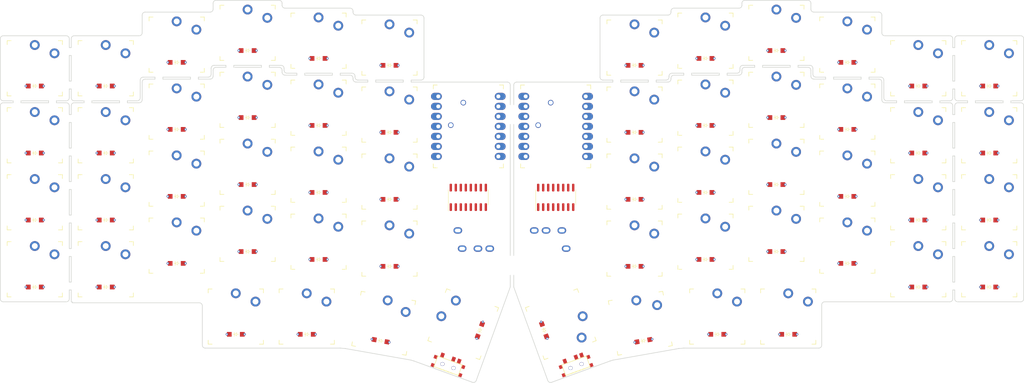
<source format=kicad_pcb>
(kicad_pcb (version 20211014) (generator pcbnew)
  (title_block (title "theSirens") (rev "v1.0.0") (company "Unknown"))
  (layers (0 "F.Cu" signal) (31 "B.Cu" signal) (34 "B.Paste" user) (35 "F.Paste" user) (36 "B.SilkS" user "B.Silkscreen") (37 "F.SilkS" user "F.Silkscreen") (38 "B.Mask" user) (39 "F.Mask" user) (44 "Edge.Cuts" user))
  (net 0 "")
  (net 1 "c5")
  (net 2 "outer_bottom")
  (net 3 "r0")
  (net 4 "outer_home")
  (net 5 "r1")
  (net 6 "outer_top")
  (net 7 "r2")
  (net 8 "outer_numrow")
  (net 9 "r3")
  (net 10 "c4")
  (net 11 "pinky_bottom")
  (net 12 "pinky_home")
  (net 13 "pinky_top")
  (net 14 "pinky_numrow")
  (net 15 "c3")
  (net 16 "ring_bottom")
  (net 17 "ring_home")
  (net 18 "ring_top")
  (net 19 "ring_numrow")
  (net 20 "c2")
  (net 21 "middle_bottom")
  (net 22 "middle_home")
  (net 23 "middle_top")
  (net 24 "middle_numrow")
  (net 25 "c1")
  (net 26 "index_bottom")
  (net 27 "index_home")
  (net 28 "index_top")
  (net 29 "index_numrow")
  (net 30 "c0")
  (net 31 "inner_bottom")
  (net 32 "inner_home")
  (net 33 "inner_top")
  (net 34 "inner_numrow")
  (net 35 "c6")
  (net 36 "reachy_thumbs")
  (net 37 "outer_thumbs")
  (net 38 "middle_thumbs")
  (net 39 "inner_thumbs")
  (net 40 "RAW")
  (net 41 "GND")
  (net 42 "RST")
  (net 43 "BAT")
  (net 44 "3V3")
  (net 45 "x")
  (net 46 "SCK")
  (net 47 "MISO")
  (net 48 "MOSI")
  (net 49 "SR_CS")
  (net 50 "BAT-")
  (net 51 "D2")
  (net 52 "VCC")
  (net 53 "mirror_outer_bottom")
  (net 54 "mirror_outer_home")
  (net 55 "mirror_outer_top")
  (net 56 "mirror_outer_numrow")
  (net 57 "mirror_pinky_bottom")
  (net 58 "mirror_pinky_home")
  (net 59 "mirror_pinky_top")
  (net 60 "mirror_pinky_numrow")
  (net 61 "mirror_ring_bottom")
  (net 62 "mirror_ring_home")
  (net 63 "mirror_ring_top")
  (net 64 "mirror_ring_numrow")
  (net 65 "mirror_middle_bottom")
  (net 66 "mirror_middle_home")
  (net 67 "mirror_middle_top")
  (net 68 "mirror_middle_numrow")
  (net 69 "mirror_index_bottom")
  (net 70 "mirror_index_home")
  (net 71 "mirror_index_top")
  (net 72 "mirror_index_numrow")
  (net 73 "mirror_inner_bottom")
  (net 74 "mirror_inner_home")
  (net 75 "mirror_inner_top")
  (net 76 "mirror_inner_numrow")
  (net 77 "mirror_reachy_thumbs")
  (net 78 "mirror_outer_thumbs")
  (net 79 "mirror_middle_thumbs")
  (net 80 "mirror_inner_thumbs")
  (footprint "E73:SPDT_C128955" (layer "F.Cu") (at 122.830405 24.550235 160)
    (fp_text reference "T1" hide)
    (fp_text value "" hide)
  )
  (footprint "ComboDiode" (layer "F.Cu") (at 90 -36.5)
    (fp_text reference "D19" hide)
    (fp_text value "" hide)
  )
  (footprint "ComboDiode" (layer "F.Cu") (at 90 -19.5)
    (fp_text reference "D18" hide)
    (fp_text value "" hide)
  )
  (footprint "ComboDiode" (layer "F.Cu") (at 108 -51.75)
    (fp_text reference "D24" hide)
    (fp_text value "" hide)
  )
  (footprint "PG1350" (layer "F.Cu") (at 171.643897 13.699564 10)
    (fp_text reference "S55" hide)
    (fp_text value "" hide)
  )
  (footprint "PG1350" (layer "F.Cu") (at 108 -5.25)
    (fp_text reference "S21" hide)
    (fp_text value "" hide)
  )
  (footprint "ComboDiode" (layer "F.Cu") (at 209.17 16.5)
    (fp_text reference "D53" hide)
    (fp_text value "" hide)
  )
  (footprint "ComboDiode" (layer "F.Cu") (at 36 -46.5)
    (fp_text reference "D8" hide)
    (fp_text value "" hide)
  )
  (footprint "PG1350" (layer "F.Cu") (at 242.17 -17)
    (fp_text reference "S34" hide)
    (fp_text value "" hide)
  )
  (footprint "ComboDiode" (layer "F.Cu") (at 206.17 -38.5)
    (fp_text reference "D43" hide)
    (fp_text value "" hide)
  )
  (footprint "mousebites" (layer "F.Cu") (at 139.34 -1 90)
    (fp_text reference "")
    (fp_text value "")
  )
  (footprint "PG1350" (layer "F.Cu") (at 90 -58)
    (fp_text reference "S20" hide)
    (fp_text value "" hide)
  )
  (footprint "PG1350" (layer "F.Cu") (at 72 -43)
    (fp_text reference "S15" hide)
    (fp_text value "" hide)
  )
  (footprint "PG1350" (layer "F.Cu") (at 72 -60)
    (fp_text reference "S16" hide)
    (fp_text value "" hide)
  )
  (footprint "PG1350" (layer "F.Cu") (at 126.695233 13.931708 70)
    (fp_text reference "S28" hide)
    (fp_text value "" hide)
  )
  (footprint "ComboDiode" (layer "F.Cu") (at 18 -29.5)
    (fp_text reference "D3" hide)
    (fp_text value "" hide)
  )
  (footprint "ComboDiode" (layer "F.Cu") (at 18 4.5)
    (fp_text reference "D1" hide)
    (fp_text value "" hide)
  )
  (footprint "PG1350" (layer "F.Cu") (at 54 -40)
    (fp_text reference "S11" hide)
    (fp_text value "" hide)
  )
  (footprint "xiao-ble-tht" (layer "F.Cu") (at 128 -36.25)
    (fp_text reference "XIAO1" hide)
    (fp_text value "")
  )
  (footprint "PG1350" (layer "F.Cu") (at 108 -22.25)
    (fp_text reference "S22" hide)
    (fp_text value "" hide)
  )
  (footprint "ComboDiode" (layer "F.Cu") (at 206.17 -55.5)
    (fp_text reference "D44" hide)
    (fp_text value "" hide)
  )
  (footprint "ComboDiode" (layer "F.Cu") (at 90 -2.5)
    (fp_text reference "D17" hide)
    (fp_text value "" hide)
  )
  (footprint "ComboDiode" (layer "F.Cu") (at 108 -34.75)
    (fp_text reference "D23" hide)
    (fp_text value "" hide)
  )
  (footprint "E73:SPDT_C128955" (layer "F.Cu") (at 155.339595 24.550235 -160)
    (fp_text reference "T2" hide)
    (fp_text value "" hide)
  )
  (footprint "ComboDiode" (layer "F.Cu") (at 242.17 -29.5)
    (fp_text reference "D35" hide)
    (fp_text value "" hide)
  )
  (footprint "PG1350" (layer "F.Cu") (at 206.17 -43)
    (fp_text reference "S43" hide)
    (fp_text value "" hide)
  )
  (footprint "PG1350" (layer "F.Cu") (at 90 -24)
    (fp_text reference "S18" hide)
    (fp_text value "" hide)
  )
  (footprint "mousebites" (layer "F.Cu") (at 139.34 -39.25 90)
    (fp_text reference "")
    (fp_text value "")
  )
  (footprint "PG1350" (layer "F.Cu") (at 170.17 -5.25)
    (fp_text reference "S49" hide)
    (fp_text value "" hide)
  )
  (footprint "PG1350" (layer "F.Cu") (at 170.17 -39.25)
    (fp_text reference "S51" hide)
    (fp_text value "" hide)
  )
  (footprint "ComboDiode" (layer "F.Cu") (at 224.17 -1.5)
    (fp_text reference "D37" hide)
    (fp_text value "" hide)
  )
  (footprint "PG1350" (layer "F.Cu") (at 106.526103 13.699564 -10)
    (fp_text reference "S27" hide)
    (fp_text value "" hide)
  )
  (footprint "ComboDiode" (layer "F.Cu") (at 72 -38.5)
    (fp_text reference "D15" hide)
    (fp_text value "" hide)
  )
  (footprint "PG1350" (layer "F.Cu") (at 170.17 -22.25)
    (fp_text reference "S50" hide)
    (fp_text value "" hide)
  )
  (footprint "PG1350" (layer "F.Cu") (at 90 -7)
    (fp_text reference "S17" hide)
    (fp_text value "" hide)
  )
  (footprint "PG1350" (layer "F.Cu") (at 224.17 -6)
    (fp_text reference "S37" hide)
    (fp_text value "" hide)
  )
  (footprint "ComboDiode" (layer "F.Cu") (at 18 -12.5)
    (fp_text reference "D2" hide)
    (fp_text value "" hide)
  )
  (footprint "PG1350" (layer "F.Cu") (at 260.17 -17)
    (fp_text reference "S30" hide)
    (fp_text value "" hide)
  )
  (footprint "PG1350" (layer "F.Cu") (at 36 -51)
    (fp_text reference "S8" hide)
    (fp_text value "" hide)
  )
  (footprint "ComboDiode" (layer "F.Cu") (at 108 -17.75)
    (fp_text reference "D22" hide)
    (fp_text value "" hide)
  )
  (footprint "PG1350" (layer "F.Cu") (at 224.17 -23)
    (fp_text reference "S38" hide)
    (fp_text value "" hide)
  )
  (footprint "PG1350" (layer "F.Cu") (at 69 12)
    (fp_text reference "S25" hide)
    (fp_text value "" hide)
  )
  (footprint "ComboDiode" (layer "F.Cu") (at 170.17 -0.75)
    (fp_text reference "D49" hide)
    (fp_text value "" hide)
  )
  (footprint "PG1350" (layer "F.Cu") (at 36 0)
    (fp_text reference "S5" hide)
    (fp_text value "" hide)
  )
  (footprint "ComboDiode" (layer "F.Cu") (at 206.17 -4.5)
    (fp_text reference "D41" hide)
    (fp_text value "" hide)
  )
  (footprint "PG1350" (layer "F.Cu") (at 18 -17)
    (fp_text reference "S2" hide)
    (fp_text value "" hide)
  )
  (footprint "ComboDiode" (layer "F.Cu") (at 18 -46.5)
    (fp_text reference "D4" hide)
    (fp_text value "" hide)
  )
  (footprint "ComboDiode" (layer "F.Cu") (at 224.17 -18.5)
    (fp_text reference "D38" hide)
    (fp_text value "" hide)
  )
  (footprint "ComboDiode" (layer "F.Cu") (at 206.17 -21.5)
    (fp_text reference "D42" hide)
    (fp_text value "" hide)
  )
  (footprint "PG1350" (layer "F.Cu") (at 108 -39.25)
    (fp_text reference "S23" hide)
    (fp_text value "" hide)
  )
  (footprint "PG1350" (layer "F.Cu") (at 54 -57)
    (fp_text reference "S12" hide)
    (fp_text value "" hide)
  )
  (footprint "ComboDiode" (layer "F.Cu") (at 260.17 -46.5)
    (fp_text reference "D32" hide)
    (fp_text value "" hide)
  )
  (footprint "ComboDiode" (layer "F.Cu") (at 72 -55.5)
    (fp_text reference "D16" hide)
    (fp_text value "" hide)
  )
  (footprint "PG1350" (layer "F.Cu") (at 206.17 -60)
    (fp_text reference "S44" hide)
    (fp_text value "" hide)
  )
  (footprint "ComboDiode" (layer "F.Cu") (at 54 -18.5)
    (fp_text reference "D10" hide)
    (fp_text value "" hide)
  )
  (footprint "PG1350" (layer "F.Cu") (at 188.17 -58)
    (fp_text reference "S48" hide)
    (fp_text value "" hide)
  )
  (footprint "PG1350" (layer "F.Cu") (at 18 -51)
    (fp_text reference "S4" hide)
    (fp_text value "" hide)
  )
  (footprint "PG1350" (layer "F.Cu") (at 188.17 -7)
    (fp_text reference "S45" hide)
    (fp_text value "" hide)
  )
  (footprint "ComboDiode" (layer "F.Cu") (at 170.17 -34.75)
    (fp_text reference "D51" hide)
    (fp_text value "" hide)
  )
  (footprint "PG1350" (layer "F.Cu") (at 260.17 0)
    (fp_text reference "S29" hide)
    (fp_text value "" hide)
  )
  (footprint "ComboDiode" (layer "F.Cu") (at 224.17 -35.5)
    (fp_text reference "D39" hide)
    (fp_text value "" hide)
  )
  (footprint "PG1350" (layer "F.Cu") (at 87 12)
    (fp_text reference "S26" hide)
    (fp_text value "" hide)
  )
  (footprint "PG1350" (layer "F.Cu") (at 242.17 -34)
    (fp_text reference "S35" hide)
    (fp_text value "" hide)
  )
  (footprint "ComboDiode" (layer "F.Cu") (at 36 4.5)
    (fp_text reference "D5" hide)
    (fp_text value "" hide)
  )
  (footprint "ComboDiode" (layer "F.Cu") (at 170.17 -17.75)
    (fp_text reference "D50" hide)
    (fp_text value "" hide)
  )
  (footprint "ComboDiode" (layer "F.Cu") (at 36 -12.5)
    (fp_text reference "D6" hide)
    (fp_text value "" hide)
  )
  (footprint "PG1350" (layer "F.Cu") (at 224.17 -40)
    (fp_text reference "S39" hide)
    (fp_text value "" hide)
  )
  (footprint "ComboDiode" (layer "F.Cu") (at 188.17 -53.5)
    (fp_text reference "D48" hide)
    (fp_text value "" hide)
  )
  (footprint "PG1350" (layer "F.Cu") (at 242.17 -51)
    (fp_text reference "S36" hide)
    (fp_text value "" hide)
  )
  (footprint "ComboDiode" (layer "F.Cu") (at 105.744687 18.131199 -10)
    (fp_text reference "D27" hide)
    (fp_text value "" hide)
  )
  (footprint "PG1350" (layer "F.Cu") (at 54 -6)
    (fp_text reference "S9" hide)
    (fp_text value "" hide)
  )
  (footprint "PG1350" (layer "F.Cu") (at 191.17 12)
    (fp_text reference "S54" hide)
    (fp_text value "" hide)
  )
  (footprint "PG1350" (layer "F.Cu") (at 18 0)
    (fp_text reference "S1" hide)
    (fp_text value "" hide)
  )
  (footprint "PG1350" (layer "F.Cu") (at 242.17 0)
    (fp_text reference "S33" hide)
    (fp_text value "" hide)
  )
  (footprint "ComboDiode" (layer "F.Cu") (at 90 -53.5)
    (fp_text reference "D20" hide)
    (fp_text value "" hide)
  )
  (footprint "xiao-ble-tht" (layer "F.Cu") (at 150.17 -36.25)
    (fp_text reference "XIAO2" hide)
    (fp_text value "")
  )
  (footprint "ComboDiode" (layer "F.Cu") (at 260.17 4.5)
    (fp_text reference "D29" hide)
    (fp_text value "" hide)
  )
  (footprint "ComboDiode" (layer "F.Cu") (at 260.17 -12.5)
    (fp_text reference "D30" hide)
    (fp_text value "" hide)
  )
  (footprint "PG1350" (layer "F.Cu") (at 18 -34)
    (fp_text reference "S3" hide)
    (fp_text value "" hide)
  )
  (footprint "ComboDiode" (layer "F.Cu") (at 108 -0.75)
    (fp_text reference "D21" hide)
    (fp_text value "" hide)
  )
  (footprint "PG1350" (layer "F.Cu") (at 170.17 -56.25)
    (fp_text reference "S52" hide)
    (fp_text value "" hide)
  )
  (footprint "TRRS-PJ-320A-dual" (layer "F.Cu") (at 141.53 -9.85 90)
    (fp_text reference "REF**")
    (fp_text value "TRRS-PJ-320A-dual")
  )
  (footprint "PG1350" (layer "F.Cu") (at 90 -41)
    (fp_text reference "S19" hide)
    (fp_text value "" hide)
  )
  (footprint "PG1350" (layer "F.Cu") (at 54 -23)
    (fp_text reference "S10" hide)
    (fp_text value "" hide)
  )
  (footprint "ComboDiode" (layer "F.Cu") (at 54 -35.5)
    (fp_text reference "D11" hide)
    (fp_text value "" hide)
  )
  (footprint "PG1350" (layer "F.Cu") (at 206.17 -9)
    (fp_text reference "S41" hide)
    (fp_text value "" hide)
  )
  (footprint "PG1350" (layer "F.Cu") (at 260.17 -34)
    (fp_text reference "S31" hide)
    (fp_text value "" hide)
  )
  (footprint "PG1350" (layer "F.Cu") (at 260.17 -51)
    (fp_text reference "S32" hide)
    (fp_text value "" hide)
  )
  (footprint "ComboDiode" (layer "F.Cu") (at 191.17 16.5)
    (fp_text reference "D54" hide)
    (fp_text value "" hide)
  )
  (footprint "ComboDiode" (layer "F.Cu") (at 188.17 -19.5)
    (fp_text reference "D46" hide)
    (fp_text value "" hide)
  )
  (footprint "PG1350" (layer "F.Cu") (at 72 -9)
    (fp_text reference "S13" hide)
    (fp_text value "" hide)
  )
  (footprint "PG1350" (layer "F.Cu") (at 209.17 12)
    (fp_text reference "S53" hide)
    (fp_text value "" hide)
  )
  (footprint "PG1350" (layer "F.Cu") (at 206.17 -26)
    (fp_text reference "S42" hide)
    (fp_text value "" hide)
  )
  (footprint "PG1350" (layer "F.Cu") (at 72 -26)
    (fp_text reference "S14" hide)
    (fp_text value "" hide)
  )
  (footprint "ComboDiode" (layer "F.Cu") (at 242.17 -46.5)
    (fp_text reference "D36" hide)
    (fp_text value "" hide)
  )
  (footprint "PG1350" (layer "F.Cu") (at 36 -34)
    (fp_text reference "S7" hide)
    (fp_text value "" hide)
  )
  (footprint "ComboDiode" (layer "F.Cu") (at 172.425313 18.131199 10)
    (fp_text reference "D55" hide)
    (fp_text value "" hide)
  )
  (footprint "ComboDiode" (layer "F.Cu") (at 242.17 -12.5)
    (fp_text reference "D34" hide)
    (fp_text value "" hide)
  )
  (footprint "ComboDiode" (layer "F.Cu") (at 224.17 -52.5)
    (fp_text reference "D40" hide)
    (fp_text value "" hide)
  )
  (footprint "PG1350" (layer "F.Cu") (at 188.17 -24)
    (fp_text reference "S46" hide)
    (fp_text value "" hide)
  )
  (footprint "ComboDiode" (layer "F.Cu") (at 170.17 -51.75)
    (fp_text reference "D52" hide)
    (fp_text value "" hide)
  )
  (footprint "ComboDiode" (layer "F.Cu") (at 54 -1.5)
    (fp_text reference "D9" hide)
    (fp_text value "" hide)
  )
  (footprint "ComboDiode" (layer "F.Cu") (at 188.17 -2.5)
    (fp_text reference "D45" hide)
    (fp_text value "" hide)
  )
  (footprint "TRRS-PJ-320A-dual" (layer "F.Cu") (at 136.64 -5.25 -90)
    (fp_text reference "REF**")
    (fp_text value "TRRS-PJ-320A-dual")
  )
  (footprint "PG1350" (layer "F.Cu") (at 36 -17)
    (fp_text reference "S6" hide)
    (fp_text value "" hide)
  )
  (footprint "PG1350" (layer "F.Cu") (at 108 -56.25)
    (fp_text reference "S24" hide)
    (fp_text value "" hide)
  )
  (footprint "ComboDiode" (layer "F.Cu") (at 54 -52.5)
    (fp_text reference "D12" hide)
    (fp_text value "" hide)
  )
  (footprint "ComboDiode" (layer "F.Cu") (at 69 16.5)
    (fp_text reference "D25" hide)
    (fp_text value "" hide)
  )
  (footprint "PG1350" (layer "F.Cu") (at 151.474767 13.931708 -70)
    (fp_text reference "S56" hide)
    (fp_text value "" hide)
  )
  (footprint "ComboDiode" (layer "F.Cu") (at 260.17 -29.5)
    (fp_text reference "D31" hide)
    (fp_text value "" hide)
  )
  (footprint "ComboDiode" (layer "F.Cu") (at 36 -29.5)
    (fp_text reference "D7" hide)
    (fp_text value "" hide)
  )
  (footprint "ComboDiode" (layer "F.Cu") (at 147.24615 15.470798 -70)
    (fp_text reference "D56" hide)
    (fp_text value "" hide)
  )
  (footprint "ComboDiode" (layer "F.Cu") (at 87 16.5)
    (fp_text reference "D26" hide)
    (fp_text value "" hide)
  )
  (footprint "ComboDiode" (layer "F.Cu") (at 130.92385 15.470798 70)
    (fp_text reference "D28" hide)
    (fp_text value "" hide)
  )
  (footprint "ComboDiode" (layer "F.Cu") (at 188.17 -36.5)
    (fp_text reference "D47" hide)
    (fp_text value "" hide)
  )
  (footprint "ComboDiode" (layer "F.Cu") (at 72 -21.5)
    (fp_text reference "D14" hide)
    (fp_text value "" hide)
  )
  (footprint "PG1350" (layer "F.Cu") (at 188.17 -41)
    (fp_text reference "S47" hide)
    (fp_text value "" hide)
  )
  (footprint "ComboDiode" (layer "F.Cu") (at 242.17 4.5)
    (fp_text reference "D33" hide)
    (fp_text value "" hide)
  )
  (footprint "PG1350" (layer "F.Cu") (at 224.17 -57)
    (fp_text reference "S40" hide)
    (fp_text value "" hide)
  )
  (footprint "ComboDiode" (layer "F.Cu") (at 72 -4.5)
    (fp_text reference "D13" hide)
    (fp_text value "" hide)
  )
  (footprint "74HC595_SOIC-16_3.9x9.9mm_P1.27mm" (layer "B.Cu") (at 128 -18.25 180)
    (fp_text reference "74HC595")
    (fp_text value "")
  )
  (footprint "74HC595_SOIC-16_3.9x9.9mm_P1.27mm" (layer "B.Cu") (at 150.17 -18.25 180)
    (fp_text reference "74HC595")
    (fp_text value "")
  )
  (gr_line (start 28 -42.25) (end 30.5 -42.25) (layer "Edge.Cuts") (width 0.15))
  (gr_line (start 250.17 -59.25) (end 233.67 -59.25) (layer "Edge.Cuts") (width 0.15))
  (gr_line (start 265.67 -42.75) (end 268.17 -42.75) (layer "Edge.Cuts") (width 0.15))
  (gr_arc (start 197.42 -67) (mid 197.20033 -66.46967) (end 196.67 -66.25) (layer "Edge.Cuts") (width 0.15))
  (gr_arc (start 217.67 19.25) (mid 217.45033 19.78033) (end 216.92 20) (layer "Edge.Cuts") (width 0.15))
  (gr_line (start 175.67 -47.5) (end 175.67 -48) (layer "Edge.Cuts") (width 0.15))
  (gr_line (start 64 -68.25) (end 80 -68.25) (layer "Edge.Cuts") (width 0.15))
  (gr_line (start 27.25 -39.25) (end 26.75 -39.25) (layer "Edge.Cuts") (width 0.15))
  (gr_arc (start 197.42 -50) (mid 197.20033 -49.46967) (end 196.67 -49.25) (layer "Edge.Cuts") (width 0.15))
  (gr_line (start 251.42 -30.75) (end 250.92 -30.75) (layer "Edge.Cuts") (width 0.15))
  (gr_line (start 44 -42.75) (end 41.5 -42.75) (layer "Edge.Cuts") (width 0.15))
  (gr_line (start 138.64 -36.75) (end 138.64 -3.5) (layer "Edge.Cuts") (width 0.15))
  (gr_arc (start 82 -49.75) (mid 81.46967 -49.96967) (end 81.25 -50.5) (layer "Edge.Cuts") (width 0.15))
  (gr_line (start 247.67 -42.25) (end 247.67 -42.75) (layer "Edge.Cuts") (width 0.15))
  (gr_line (start 254.67 -42.75) (end 254.67 -42.25) (layer "Edge.Cuts") (width 0.15))
  (gr_line (start 191.67 -49.25) (end 184.67 -49.25) (layer "Edge.Cuts") (width 0.15))
  (gr_line (start 214.17 -51.25) (end 211.67 -51.25) (layer "Edge.Cuts") (width 0.15))
  (gr_line (start 164.67 -48) (end 164.67 -47.5) (layer "Edge.Cuts") (width 0.15))
  (gr_line (start 178.67 -64.5) (end 162.17 -64.5) (layer "Edge.Cuts") (width 0.15))
  (gr_arc (start 233.67 -59.25) (mid 233.13967 -59.46967) (end 232.92 -60) (layer "Edge.Cuts") (width 0.15))
  (gr_line (start 26.75 -20.25) (end 26.75 -13.75) (layer "Edge.Cuts") (width 0.15))
  (gr_arc (start 80 -51.25) (mid 80.53033 -51.03033) (end 80.75 -50.5) (layer "Edge.Cuts") (width 0.15))
  (gr_arc (start 63.25 -67.5) (mid 63.46967 -68.03033) (end 64 -68.25) (layer "Edge.Cuts") (width 0.15))
  (gr_line (start 251.42 -54.25) (end 251.42 -47.75) (layer "Edge.Cuts") (width 0.15))
  (gr_line (start 139.53 -46.75) (end 139.53 -41.75) (layer "Edge.Cuts") (width 0.15))
  (gr_line (start 81.5 -49.25) (end 84.5 -49.25) (layer "Edge.Cuts") (width 0.15))
  (gr_line (start 229.67 -48.75) (end 232.67 -48.75) (layer "Edge.Cuts") (width 0.15))
  (gr_line (start 14.5 -42.25) (end 14.5 -42.75) (layer "Edge.Cuts") (width 0.15))
  (gr_line (start 129.044642 28.674343) (end 114.259333 23.29293) (layer "Edge.Cuts") (width 0.15))
  (gr_line (start 84.5 -49.75) (end 82 -49.75) (layer "Edge.Cuts") (width 0.15))
  (gr_line (start 251.42 -20.25) (end 251.42 -13.75) (layer "Edge.Cuts") (width 0.15))
  (gr_arc (start 26.75 -43.5) (mid 26.53033 -42.96967) (end 26 -42.75) (layer "Edge.Cuts") (width 0.15))
  (gr_line (start 41.5 -42.25) (end 41.5 -42.75) (layer "Edge.Cuts") (width 0.15))
  (gr_line (start 250.92 -47.75) (end 250.92 -54.25) (layer "Edge.Cuts") (width 0.15))
  (gr_line (start 138.64 -36.75) (end 139.53 -36.75) (layer "Edge.Cuts") (width 0.15))
  (gr_line (start 175.67 -48) (end 178.17 -48) (layer "Edge.Cuts") (width 0.15))
  (gr_arc (start 63.25 -49) (mid 63.03033 -48.46967) (end 62.5 -48.25) (layer "Edge.Cuts") (width 0.15))
  (gr_line (start 218.42 8.25) (end 250.17 8.25) (layer "Edge.Cuts") (width 0.15))
  (gr_line (start 268.92 -43.5) (end 268.92 -58.5) (layer "Edge.Cuts") (width 0.15))
  (gr_line (start 216.17 -48.75) (end 218.67 -48.75) (layer "Edge.Cuts") (width 0.15))
  (gr_line (start 113.5 -47.5) (end 137.89 -47.5) (layer "Edge.Cuts") (width 0.15))
  (gr_line (start 27.5 8.5) (end 59.75 8.5) (layer "Edge.Cuts") (width 0.15))
  (gr_line (start 48.5 -48.75) (end 45.5 -48.75) (layer "Edge.Cuts") (width 0.15))
  (gr_arc (start 232.17 -48.25) (mid 232.70033 -48.03033) (end 232.92 -47.5) (layer "Edge.Cuts") (width 0.15))
  (gr_line (start 12.5 -42.75) (end 12.5 -42.25) (layer "Edge.Cuts") (width 0.15))
  (gr_line (start 61.25 20) (end 95.469832 20) (layer "Edge.Cuts") (width 0.15))
  (gr_arc (start 27.25 -41.5) (mid 27.46967 -42.03033) (end 28 -42.25) (layer "Edge.Cuts") (width 0.15))
  (gr_line (start 202.67 -51.75) (end 209.67 -51.75) (layer "Edge.Cuts") (width 0.15))
  (gr_arc (start 179.42 -65.25) (mid 179.20033 -64.71967) (end 178.67 -64.5) (layer "Edge.Cuts") (width 0.15))
  (gr_line (start 10 -42.25) (end 12.5 -42.25) (layer "Edge.Cuts") (width 0.15))
  (gr_line (start 26.75 -28.75) (end 26.75 -22.25) (layer "Edge.Cuts") (width 0.15))
  (gr_arc (start 9.25 -41.5) (mid 9.46967 -42.03033) (end 10 -42.25) (layer "Edge.Cuts") (width 0.15))
  (gr_line (start 14.5 -42.25) (end 21.5 -42.25) (layer "Edge.Cuts") (width 0.15))
  (gr_line (start 39.5 -42.75) (end 32.5 -42.75) (layer "Edge.Cuts") (width 0.15))
  (gr_line (start 209.67 -51.75) (end 209.67 -51.25) (layer "Edge.Cuts") (width 0.15))
  (gr_arc (start 62.75 -49.5) (mid 62.53033 -48.96967) (end 62 -48.75) (layer "Edge.Cuts") (width 0.15))
  (gr_arc (start 149.125358 28.674342) (mid 148.55188 28.649303) (end 148.164074 28.226088) (layer "Edge.Cuts") (width 0.15))
  (gr_arc (start 63.25 -66) (mid 63.03033 -65.46967) (end 62.5 -65.25) (layer "Edge.Cuts") (width 0.15))
  (gr_line (start 98.75 -48.5) (end 98.75 -48.25) (layer "Edge.Cuts") (width 0.15))
  (gr_line (start 200.67 -51.25) (end 198.17 -51.25) (layer "Edge.Cuts") (width 0.15))
  (gr_line (start 256.67 -42.75) (end 263.67 -42.75) (layer "Edge.Cuts") (width 0.15))
  (gr_line (start 39.5 -42.75) (end 39.5 -42.25) (layer "Edge.Cuts") (width 0.15))
  (gr_line (start 202.67 -51.25) (end 202.67 -51.75) (layer "Edge.Cuts") (width 0.15))
  (gr_arc (start 161.42 -63.75) (mid 161.63967 -64.28033) (end 162.17 -64.5) (layer "Edge.Cuts") (width 0.15))
  (gr_line (start 27.25 -56.25) (end 26.75 -56.25) (layer "Edge.Cuts") (width 0.15))
  (gr_line (start 68.5 -51.25) (end 75.5 -51.25) (layer "Edge.Cuts") (width 0.15))
  (gr_line (start 26.75 -3.25) (end 26.75 3.25) (layer "Edge.Cuts") (width 0.15))
  (gr_line (start 26.75 -41.5) (end 26.75 -39.25) (layer "Edge.Cuts") (width 0.15))
  (gr_line (start 95.5 -49.25) (end 95.5 -49.75) (layer "Edge.Cuts") (width 0.15))
  (gr_line (start 179.42 -65.5) (end 179.42 -65.25) (layer "Edge.Cuts") (width 0.15))
  (gr_line (start 250.92 -56.25) (end 250.92 -58.5) (layer "Edge.Cuts") (width 0.15))
  (gr_line (start 211.67 -51.75) (end 214.67 -51.75) (layer "Edge.Cuts") (width 0.15))
  (gr_line (start 12.5 -42.75) (end 10 -42.75) (layer "Edge.Cuts") (width 0.15))
  (gr_arc (start 81.5 -66.25) (mid 80.96967 -66.46967) (end 80.75 -67) (layer "Edge.Cuts") (width 0.15))
  (gr_arc (start 268.92 -43.5) (mid 268.70033 -42.96967) (end 268.17 -42.75) (layer "Edge.Cuts") (width 0.15))
  (gr_line (start 250.92 -37.25) (end 251.42 -37.25) (layer "Edge.Cuts") (width 0.15))
  (gr_line (start 66.5 -51.75) (end 63.5 -51.75) (layer "Edge.Cuts") (width 0.15))
  (gr_arc (start 45.25 -64.5) (mid 45.46967 -65.03033) (end 46 -65.25) (layer "Edge.Cuts") (width 0.15))
  (gr_arc (start 99.5 -47.5) (mid 98.96967 -47.71967) (end 98.75 -48.25) (layer "Edge.Cuts") (width 0.15))
  (gr_line (start 138.641935 4.49885) (end 130.005926 28.226088) (layer "Edge.Cuts") (width 0.15))
  (gr_line (start 93.5 -49.75) (end 86.5 -49.75) (layer "Edge.Cuts") (width 0.15))
  (gr_line (start 234.17 -42.75) (end 236.67 -42.75) (layer "Edge.Cuts") (width 0.15))
  (gr_line (start 75.5 -51.75) (end 68.5 -51.75) (layer "Edge.Cuts") (width 0.15))
  (gr_arc (start 182.63993 20.002423) (mid 182.670025 20.000606) (end 182.700168 20) (layer "Edge.Cuts") (width 0.15))
  (gr_line (start 268.92 7.5) (end 268.92 -41.5) (layer "Edge.Cuts") (width 0.15))
  (gr_line (start 26.75 -11.75) (end 26.75 -5.25) (layer "Edge.Cuts") (width 0.15))
  (gr_line (start 27.25 -22.25) (end 27.25 -28.75) (layer "Edge.Cuts") (width 0.15))
  (gr_line (start 181.439157 20.099179) (end 182.63993 20.002423) (layer "Edge.Cuts") (width 0.15))
  (gr_line (start 251.42 -47.75) (end 250.92 -47.75) (layer "Edge.Cuts") (width 0.15))
  (gr_arc (start 197.42 -50.5) (mid 197.63967 -51.03033) (end 198.17 -51.25) (layer "Edge.Cuts") (width 0.15))
  (gr_line (start 80.75 -67.5) (end 80.75 -67) (layer "Edge.Cuts") (width 0.15))
  (gr_line (start 59.5 -48.25) (end 59.5 -48.75) (layer "Edge.Cuts") (width 0.15))
  (gr_arc (start 98 -66.25) (mid 98.53033 -66.03033) (end 98.75 -65.5) (layer "Edge.Cuts") (width 0.15))
  (gr_line (start 116 -48) (end 113.5 -48) (layer "Edge.Cuts") (width 0.15))
  (gr_line (start 209.67 -51.25) (end 202.67 -51.25) (layer "Edge.Cuts") (width 0.15))
  (gr_arc (start 114.229415 23.282749) (mid 114.244428 23.287682) (end 114.259333 23.29293) (layer "Edge.Cuts") (width 0.15))
  (gr_arc (start 44.75 -43.5) (mid 44.53033 -42.96967) (end 44 -42.75) (layer "Edge.Cuts") (width 0.15))
  (gr_line (start 250.92 3.25) (end 250.92 -3.25) (layer "Edge.Cuts") (width 0.15))
  (gr_line (start 27.25 3.25) (end 26.75 3.25) (layer "Edge.Cuts") (width 0.15))
  (gr_line (start 23.5 -42.25) (end 26 -42.25) (layer "Edge.Cuts") (width 0.15))
  (gr_arc (start 163.910667 23.292931) (mid 163.925572 23.287683) (end 163.940585 23.28275) (layer "Edge.Cuts") (width 0.15))
  (gr_line (start 245.67 -42.25) (end 238.67 -42.25) (layer "Edge.Cuts") (width 0.15))
  (gr_line (start 26.75 -45.75) (end 27.25 -45.75) (layer "Edge.Cuts") (width 0.15))
  (gr_arc (start 250.17 -42.25) (mid 250.70033 -42.03033) (end 250.92 -41.5) (layer "Edge.Cuts") (width 0.15))
  (gr_line (start 251.42 5.25) (end 251.42 7.5) (layer "Edge.Cuts") (width 0.15))
  (gr_arc (start 45.25 -43) (mid 45.03033 -42.46967) (end 44.5 -42.25) (layer "Edge.Cuts") (width 0.15))
  (gr_arc (start 99.5 -64.5) (mid 98.96967 -64.71967) (end 98.75 -65.25) (layer "Edge.Cuts") (width 0.15))
  (gr_line (start 96.730843 20.099179) (end 95.53007 20.002423) (layer "Edge.Cuts") (width 0.15))
  (gr_line (start 81.5 -66.25) (end 98 -66.25) (layer "Edge.Cuts") (width 0.15))
  (gr_line (start 250.92 -11.75) (end 251.42 -11.75) (layer "Edge.Cuts") (width 0.15))
  (gr_line (start 27.25 3.25) (end 27.25 -3.25) (layer "Edge.Cuts") (width 0.15))
  (gr_line (start 45.25 -43) (end 45.25 -47.5) (layer "Edge.Cuts") (width 0.15))
  (gr_arc (start 251.42 -58.5) (mid 251.63967 -59.03033) (end 252.17 -59.25) (layer "Edge.Cuts") (width 0.15))
  (gr_arc (start 251.42 -41.5) (mid 251.63967 -42.03033) (end 252.17 -42.25) (layer "Edge.Cuts") (width 0.15))
  (gr_line (start 233.42 -48) (end 233.42 -43.5) (layer "Edge.Cuts") (width 0.15))
  (gr_line (start 211.67 -51.25) (end 211.67 -51.75) (layer "Edge.Cuts") (width 0.15))
  (gr_line (start 26.75 -54.25) (end 26.75 -47.75) (layer "Edge.Cuts") (width 0.15))
  (gr_arc (start 27.25 -58.5) (mid 27.46967 -59.03033) (end 28 -59.25) (layer "Edge.Cuts") (width 0.15))
  (gr_line (start 179.42 -48.5) (end 179.42 -48.25) (layer "Edge.Cuts") (width 0.15))
  (gr_arc (start 100 -48) (mid 99.46967 -48.21967) (end 99.25 -48.75) (layer "Edge.Cuts") (width 0.15))
  (gr_line (start 250.92 -39.25) (end 250.92 -41.5) (layer "Edge.Cuts") (width 0.15))
  (gr_line (start 9.25 7.5) (end 9.25 -41.5) (layer "Edge.Cuts") (width 0.15))
  (gr_arc (start 26 -42.25) (mid 26.53033 -42.03033) (end 26.75 -41.5) (layer "Edge.Cuts") (width 0.15))
  (gr_line (start 27.25 -43.5) (end 27.25 -45.75) (layer "Edge.Cuts") (width 0.15))
  (gr_line (start 182.67 -49.25) (end 180.17 -49.25) (layer "Edge.Cuts") (width 0.15))
  (gr_arc (start 233.67 -42.25) (mid 233.13967 -42.46967) (end 232.92 -43) (layer "Edge.Cuts") (width 0.15))
  (gr_line (start 251.42 -39.25) (end 250.92 -39.25) (layer "Edge.Cuts") (width 0.15))
  (gr_line (start 196.67 -49.25) (end 193.67 -49.25) (layer "Edge.Cuts") (width 0.15))
  (gr_line (start 251.42 -41.5) (end 251.42 -39.25) (layer "Edge.Cuts") (width 0.15))
  (gr_line (start 46 -65.25) (end 62.5 -65.25) (layer "Edge.Cuts") (width 0.15))
  (gr_line (start 217.67 19.25) (end 217.67 9) (layer "Edge.Cuts") (width 0.15))
  (gr_line (start 26.75 5.25) (end 27.25 5.25) (layer "Edge.Cuts") (width 0.15))
  (gr_line (start 27.5 8.25) (end 27.25 8.25) (layer "Edge.Cuts") (width 0.15))
  (gr_arc (start 232.67 -48.75) (mid 233.20033 -48.53033) (end 233.42 -48) (layer "Edge.Cuts") (width 0.15))
  (gr_line (start 178.67 -47.5) (end 175.67 -47.5) (layer "Edge.Cuts") (width 0.15))
  (gr_line (start 81.25 -50.5) (end 81.25 -51) (layer "Edge.Cuts") (width 0.15))
  (gr_arc (start 10 -42.75) (mid 9.46967 -42.96967) (end 9.25 -43.5) (layer "Edge.Cuts") (width 0.15))
  (gr_line (start 27.25 -22.25) (end 26.75 -22.25) (layer "Edge.Cuts") (width 0.15))
  (gr_arc (start 179.42 -48.25) (mid 179.20033 -47.71967) (end 178.67 -47.5) (layer "Edge.Cuts") (width 0.15))
  (gr_line (start 46 -48.25) (end 48.5 -48.25) (layer "Edge.Cuts") (width 0.15))
  (gr_arc (start 130.005927 28.226088) (mid 129.618121 28.649304) (end 129.044642 28.674343) (layer "Edge.Cuts") (width 0.15))
  (gr_line (start 232.17 -65.25) (end 215.67 -65.25) (layer "Edge.Cuts") (width 0.15))
  (gr_line (start 26 -42.75) (end 23.5 -42.75) (layer "Edge.Cuts") (width 0.15))
  (gr_line (start 80.75 -50.5) (end 80.75 -50) (layer "Edge.Cuts") (width 0.15))
  (gr_line (start 32.5 -42.25) (end 32.5 -42.75) (layer "Edge.Cuts") (width 0.15))
  (gr_line (start 251.42 -37.25) (end 251.42 -30.75) (layer "Edge.Cuts") (width 0.15))
  (gr_line (start 68.5 -51.25) (end 68.5 -51.75) (layer "Edge.Cuts") (width 0.15))
  (gr_line (start 163.940585 23.28275) (end 164.61482 23.069057) (layer "Edge.Cuts") (width 0.15))
  (gr_line (start 86.5 -49.25) (end 86.5 -49.75) (layer "Edge.Cuts") (width 0.15))
  (gr_line (start 27.25 -47.75) (end 27.25 -54.25) (layer "Edge.Cuts") (width 0.15))
  (gr_arc (start 196.92 -50.5) (mid 196.70033 -49.96967) (end 196.17 -49.75) (layer "Edge.Cuts") (width 0.15))
  (gr_line (start 193.67 -49.75) (end 196.17 -49.75) (layer "Edge.Cuts") (width 0.15))
  (gr_line (start 256.67 -42.25) (end 256.67 -42.75) (layer "Edge.Cuts") (width 0.15))
  (gr_line (start 116.75 -63.75) (end 116.75 -48.75) (layer "Edge.Cuts") (width 0.15))
  (gr_line (start 252.17 8.25) (end 268.17 8.25) (layer "Edge.Cuts") (width 0.15))
  (gr_line (start 250.92 -20.25) (end 251.42 -20.25) (layer "Edge.Cuts") (width 0.15))
  (gr_arc (start 162.17 -48) (mid 161.63967 -48.21967) (end 161.42 -48.75) (layer "Edge.Cuts") (width 0.15))
  (gr_line (start 27.25 -56.25) (end 27.25 -58.5) (layer "Edge.Cuts") (width 0.15))
  (gr_line (start 30.5 -42.75) (end 28 -42.75) (layer "Edge.Cuts") (width 0.15))
  (gr_line (start 104.5 -47.5) (end 104.5 -48) (layer "Edge.Cuts") (width 0.15))
  (gr_arc (start 217.67 9) (mid 217.88967 8.46967) (end 218.42 8.25) (layer "Edge.Cuts") (width 0.15))
  (gr_line (start 113.45882 23.045402) (end 96.80084 20.10815) (layer "Edge.Cuts") (width 0.15))
  (gr_line (start 250.92 -30.75) (end 250.92 -37.25) (layer "Edge.Cuts") (width 0.15))
  (gr_arc (start 26 -59.25) (mid 26.53033 -59.03033) (end 26.75 -58.5) (layer "Edge.Cuts") (width 0.15))
  (gr_line (start 250.92 -43.5) (end 250.92 -45.75) (layer "Edge.Cuts") (width 0.15))
  (gr_line (start 250.92 7.5) (end 250.92 5.25) (layer "Edge.Cuts") (width 0.15))
  (gr_line (start 238.67 -42.75) (end 245.67 -42.75) (layer "Edge.Cuts") (width 0.15))
  (gr_line (start 193.67 -49.25) (end 193.67 -49.75) (layer "Edge.Cuts") (width 0.15))
  (gr_line (start 179.67 -49.75) (end 182.67 -49.75) (layer "Edge.Cuts") (width 0.15))
  (gr_line (start 250.92 -45.75) (end 251.42 -45.75) (layer "Edge.Cuts") (width 0.15))
  (gr_arc (start 98.5 -49.75) (mid 99.03033 -49.53033) (end 99.25 -49) (layer "Edge.Cuts") (width 0.15))
  (gr_arc (start 137.89 -47.5) (mid 138.42033 -47.28033) (end 138.64 -46.75) (layer "Edge.Cuts") (width 0.15))
  (gr_line (start 251.42 -58.5) (end 251.42 -56.25) (layer "Edge.Cuts") (width 0.15))
  (gr_line (start 26.75 5.25) (end 26.75 7.5) (layer "Edge.Cuts") (width 0.15))
  (gr_arc (start 216.17 -48.75) (mid 215.63967 -48.96967) (end 215.42 -49.5) (layer "Edge.Cuts") (width 0.15))
  (gr_line (start 166.67 -48) (end 173.67 -48) (layer "Edge.Cuts") (width 0.15))
  (gr_line (start 161.42 -63.75) (end 161.42 -48.75) (layer "Edge.Cuts") (width 0.15))
  (gr_line (start 268.17 -42.25) (end 265.67 -42.25) (layer "Edge.Cuts") (width 0.15))
  (gr_line (start 41.5 -42.25) (end 44.5 -42.25) (layer "Edge.Cuts") (width 0.15))
  (gr_line (start 27.25 8.25) (end 27.25 5.25) (layer "Edge.Cuts") (width 0.15))
  (gr_arc (start 61.25 20) (mid 60.71967 19.78033) (end 60.5 19.25) (layer "Edge.Cuts") (width 0.15))
  (gr_line (start 111.5 -48) (end 111.5 -47.5) (layer "Edge.Cuts") (width 0.15))
  (gr_arc (start 80.5 -51.75) (mid 81.03033 -51.53033) (end 81.25 -51) (layer "Edge.Cuts") (width 0.15))
  (gr_line (start 250.92 -3.25) (end 251.42 -3.25) (layer "Edge.Cuts") (width 0.15))
  (gr_line (start 80.5 -51.75) (end 77.5 -51.75) (layer "Edge.Cuts") (width 0.15))
  (gr_line (start 227.67 -48.75) (end 227.67 -48.25) (layer "Edge.Cuts") (width 0.15))
  (gr_line (start 59.5 -48.25) (end 62.5 -48.25) (layer "Edge.Cuts") (width 0.15))
  (gr_line (start 26.75 -58.5) (end 26.75 -56.25) (layer "Edge.Cuts") (width 0.15))
  (gr_line (start 62 -48.75) (end 59.5 -48.75) (layer "Edge.Cuts") (width 0.15))
  (gr_line (start 26.75 -28.75) (end 27.25 -28.75) (layer "Edge.Cuts") (width 0.15))
  (gr_line (start 28 -59.25) (end 44.5 -59.25) (layer "Edge.Cuts") (width 0.15))
  (gr_line (start 99.5 -64.5) (end 116 -64.5) (layer "Edge.Cuts") (width 0.15))
  (gr_line (start 27.25 -5.25) (end 27.25 -11.75) (layer "Edge.Cuts") (width 0.15))
  (gr_arc (start 178.92 -49) (mid 179.13967 -49.53033) (end 179.67 -49.75) (layer "Edge.Cuts") (width 0.15))
  (gr_arc (start 268.17 -59.25) (mid 268.70033 -59.03033) (end 268.92 -58.5) (layer "Edge.Cuts") (width 0.15))
  (gr_line (start 250.92 -54.25) (end 251.42 -54.25) (layer "Edge.Cuts") (width 0.15))
  (gr_line (start 251.42 -5.25) (end 250.92 -5.25) (layer "Edge.Cuts") (width 0.15))
  (gr_line (start 191.67 -49.75) (end 191.67 -49.25) (layer "Edge.Cuts") (width 0.15))
  (gr_line (start 64 -51.25) (end 66.5 -51.25) (layer "Edge.Cuts") (width 0.15))
  (gr_arc (start 252.17 -42.75) (mid 251.63967 -42.96967) (end 251.42 -43.5) (layer "Edge.Cuts") (width 0.15))
  (gr_arc (start 214.17 -68.25) (mid 214.70033 -68.03033) (end 214.92 -67.5) (layer "Edge.Cuts") (width 0.15))
  (gr_line (start 173.67 -48) (end 173.67 -47.5) (layer "Edge.Cuts") (width 0.15))
  (gr_line (start 247.67 -42.75) (end 250.17 -42.75) (layer "Edge.Cuts") (width 0.15))
  (gr_line (start 27.25 -13.75) (end 26.75 -13.75) (layer "Edge.Cuts") (width 0.15))
  (gr_line (start 254.67 -42.25) (end 252.17 -42.25) (layer "Edge.Cuts") (width 0.15))
  (gr_line (start 10 -59.25) (end 26 -59.25) (layer "Edge.Cuts") (width 0.15))
  (gr_line (start 139.528065 4.49885) (end 148.164074 28.226088) (layer "Edge.Cuts") (width 0.15))
  (gr_arc (start 232.17 -65.25) (mid 232.70033 -65.03033) (end 232.92 -64.5) (layer "Edge.Cuts") (width 0.15))
  (gr_line (start 62.75 -51) (end 62.75 -49.5) (layer "Edge.Cuts") (width 0.15))
  (gr_line (start 9.25 -43.5) (end 9.25 -58.5) (layer "Edge.Cuts") (width 0.15))
  (gr_line (start 250.92 -22.25) (end 250.92 -28.75) (layer "Edge.Cuts") (width 0.15))
  (gr_line (start 102.5 -48) (end 102.5 -47.5) (layer "Edge.Cuts") (width 0.15))
  (gr_line (start 232.92 -60) (end 232.92 -64.5) (layer "Edge.Cuts") (width 0.15))
  (gr_line (start 252.17 -42.75) (end 254.67 -42.75) (layer "Edge.Cuts") (width 0.15))
  (gr_line (start 99.5 -47.5) (end 102.5 -47.5) (layer "Edge.Cuts") (width 0.15))
  (gr_line (start 162.17 -48) (end 164.67 -48) (layer "Edge.Cuts") (width 0.15))
  (gr_arc (start 116.75 -48.75) (mid 116.53033 -48.21967) (end 116 -48) (layer "Edge.Cuts") (width 0.15))
  (gr_line (start 21.5 -42.75) (end 14.5 -42.75) (layer "Edge.Cuts") (width 0.15))
  (gr_line (start 166.67 -47.5) (end 166.67 -48) (layer "Edge.Cuts") (width 0.15))
  (gr_line (start 196.92 -50.5) (end 196.92 -51) (layer "Edge.Cuts") (width 0.15))
  (gr_arc (start 80 -68.25) (mid 80.53033 -68.03033) (end 80.75 -67.5) (layer "Edge.Cuts") (width 0.15))
  (gr_line (start 245.67 -42.75) (end 245.67 -42.25) (layer "Edge.Cuts") (width 0.15))
  (gr_line (start 44.75 -48) (end 44.75 -43.5) (layer "Edge.Cuts") (width 0.15))
  (gr_line (start 250.92 -5.25) (end 250.92 -11.75) (layer "Edge.Cuts") (width 0.15))
  (gr_line (start 95.5 -49.25) (end 98 -49.25) (layer "Edge.Cuts") (width 0.15))
  (gr_line (start 250.92 -28.75) (end 251.42 -28.75) (layer "Edge.Cuts") (width 0.15))
  (gr_line (start 232.17 -48.25) (end 229.67 -48.25) (layer "Edge.Cuts") (width 0.15))
  (gr_line (start 50.5 -48.25) (end 57.5 -48.25) (layer "Edge.Cuts") (width 0.15))
  (gr_line (start 139.53 -41.75) (end 138.64 -41.75) (layer "Edge.Cuts") (width 0.15))
  (gr_line (start 251.42 -45.75) (end 251.42 -43.5) (layer "Edge.Cuts") (width 0.15))
  (gr_line (start 27.25 -30.75) (end 26.75 -30.75) (layer "Edge.Cuts") (width 0.15))
  (gr_line (start 113.5 -47.5) (end 113.5 -48) (layer "Edge.Cuts") (width 0.15))
  (gr_line (start 84.5 -49.75) (end 84.5 -49.25) (layer "Edge.Cuts") (width 0.15))
  (gr_arc (start 215.67 -48.25) (mid 215.13967 -48.46967) (end 214.92 -49) (layer "Edge.Cuts") (width 0.15))
  (gr_line (start 164.67 -47.5) (end 140.28 -47.5) (layer "Edge.Cuts") (width 0.15))
  (gr_line (start 27.25 -47.75) (end 26.75 -47.75) (layer "Edge.Cuts") (width 0.15))
  (gr_arc (start 26.75 7.5) (mid 26.53033 8.03033) (end 26 8.25) (layer "Edge.Cuts") (width 0.15))
  (gr_arc (start 268.92 7.5) (mid 268.70033 8.03033) (end 268.17 8.25) (layer "Edge.Cuts") (width 0.15))
  (gr_line (start 138.64 1.5) (end 138.64 4.498145) (layer "Edge.Cuts") (width 0.15))
  (gr_line (start 32.5 -42.25) (end 39.5 -42.25) (layer "Edge.Cuts") (width 0.15))
  (gr_line (start 45.25 -60) (end 45.25 -64.5) (layer "Edge.Cuts") (width 0.15))
  (gr_line (start 182.700168 20) (end 216.92 20) (layer "Edge.Cuts") (width 0.15))
  (gr_line (start 184.67 -49.25) (end 184.67 -49.75) (layer "Edge.Cuts") (width 0.15))
  (gr_arc (start 250.92 7.5) (mid 250.70033 8.03033) (end 250.17 8.25) (layer "Edge.Cuts") (width 0.15))
  (gr_line (start 263.67 -42.25) (end 256.67 -42.25) (layer "Edge.Cuts") (width 0.15))
  (gr_line (start 26.75 -37.25) (end 27.25 -37.25) (layer "Edge.Cuts") (width 0.15))
  (gr_arc (start 197.42 -67.5) (mid 197.63967 -68.03033) (end 198.17 -68.25) (layer "Edge.Cuts") (width 0.15))
  (gr_arc (start 181.369159 20.10815) (mid 181.404052 20.102841) (end 181.439157 20.099179) (layer "Edge.Cuts") (width 0.15))
  (gr_line (start 102.5 -48) (end 100 -48) (layer "Edge.Cuts") (width 0.15))
  (gr_line (start 178.92 -48.75) (end 178.92 -49) (layer "Edge.Cuts") (width 0.15))
  (gr_arc (start 28 -42.75) (mid 27.46967 -42.96967) (end 27.25 -43.5) (layer "Edge.Cuts") (width 0.15))
  (gr_line (start 265.67 -42.25) (end 265.67 -42.75) (layer "Edge.Cuts") (width 0.15))
  (gr_line (start 27.25 -39.25) (end 27.25 -41.5) (layer "Edge.Cuts") (width 0.15))
  (gr_line (start 196.67 -66.25) (end 180.17 -66.25) (layer "Edge.Cuts") (width 0.15))
  (gr_line (start 77.5 -51.25) (end 80 -51.25) (layer "Edge.Cuts") (width 0.15))
  (gr_line (start 139.53 4.498145) (end 139.528065 4.49885) (layer "Edge.Cuts") (width 0.15))
  (gr_arc (start 139.53 -46.75) (mid 139.74967 -47.28033) (end 140.28 -47.5) (layer "Edge.Cuts") (width 0.15))
  (gr_line (start 200.67 -51.75) (end 200.67 -51.25) (layer "Edge.Cuts") (width 0.15))
  (gr_line (start 218.67 -48.75) (end 218.67 -48.25) (layer "Edge.Cuts") (width 0.15))
  (gr_line (start 251.42 -22.25) (end 250.92 -22.25) (layer "Edge.Cuts") (width 0.15))
  (gr_arc (start 96.730842 20.099179) (mid 96.765947 20.102841) (end 96.80084 20.10815) (layer "Edge.Cuts") (width 0.15))
  (gr_line (start 232.92 -43) (end 232.92 -47.5) (layer "Edge.Cuts") (width 0.15))
  (gr_line (start 238.67 -42.25) (end 238.67 -42.75) (layer "Edge.Cuts") (width 0.15))
  (gr_line (start 173.67 -47.5) (end 166.67 -47.5) (layer "Edge.Cuts") (width 0.15))
  (gr_line (start 250.92 5.25) (end 251.42 5.25) (layer "Edge.Cuts") (width 0.15))
  (gr_arc (start 62.75 -51) (mid 62.96967 -51.53033) (end 63.5 -51.75) (layer "Edge.Cuts") (width 0.15))
  (gr_arc (start 234.17 -42.75) (mid 233.63967 -42.96967) (end 233.42 -43.5) (layer "Edge.Cuts") (width 0.15))
  (gr_line (start 75.5 -51.75) (end 75.5 -51.25) (layer "Edge.Cuts") (width 0.15))
  (gr_arc (start 250.92 -43.5) (mid 250.70033 -42.96967) (end 250.17 -42.75) (layer "Edge.Cuts") (width 0.15))
  (gr_arc (start 45.25 -47.5) (mid 45.46967 -48.03033) (end 46 -48.25) (layer "Edge.Cuts") (width 0.15))
  (gr_line (start 77.5 -51.25) (end 77.5 -51.75) (layer "Edge.Cuts") (width 0.15))
  (gr_arc (start 215.67 -65.25) (mid 215.13967 -65.46967) (end 214.92 -66) (layer "Edge.Cuts") (width 0.15))
  (gr_line (start 63.25 -66) (end 63.25 -67.5) (layer "Edge.Cuts") (width 0.15))
  (gr_line (start 99.25 -48.75) (end 99.25 -49) (layer "Edge.Cuts") (width 0.15))
  (gr_line (start 57.5 -48.75) (end 50.5 -48.75) (layer "Edge.Cuts") (width 0.15))
  (gr_line (start 214.92 -49) (end 214.92 -50.5) (layer "Edge.Cuts") (width 0.15))
  (gr_arc (start 164.614819 23.069058) (mid 164.662608 23.055635) (end 164.71118 23.045402) (layer "Edge.Cuts") (width 0.15))
  (gr_arc (start 63.25 -50.5) (mid 63.46967 -51.03033) (end 64 -51.25) (layer "Edge.Cuts") (width 0.15))
  (gr_line (start 251.42 -11.75) (end 251.42 -5.25) (layer "Edge.Cuts") (width 0.15))
  (gr_line (start 214.17 -68.25) (end 198.17 -68.25) (layer "Edge.Cuts") (width 0.15))
  (gr_line (start 27.25 -13.75) (end 27.25 -20.25) (layer "Edge.Cuts") (width 0.15))
  (gr_line (start 26.75 -45.75) (end 26.75 -43.5) (layer "Edge.Cuts") (width 0.15))
  (gr_line (start 251.42 -13.75) (end 250.92 -13.75) (layer "Edge.Cuts") (width 0.15))
  (gr_line (start 26.75 -3.25) (end 27.25 -3.25) (layer "Edge.Cuts") (width 0.15))
  (gr_line (start 164.71118 23.045402) (end 181.36916 20.10815) (layer "Edge.Cuts") (width 0.15))
  (gr_line (start 251.42 -3.25) (end 251.42 3.25) (layer "Edge.Cuts") (width 0.15))
  (gr_arc (start 250.17 -59.25) (mid 250.70033 -59.03033) (end 250.92 -58.5) (layer "Edge.Cuts") (width 0.15))
  (gr_line (start 197.67 -51.75) (end 200.67 -51.75) (layer "Edge.Cuts") (width 0.15))
  (gr_line (start 48.5 -48.75) (end 48.5 -48.25) (layer "Edge.Cuts") (width 0.15))
  (gr_line (start 139.53 -3.5) (end 138.64 -3.5) (layer "Edge.Cuts") (width 0.15))
  (gr_arc (start 196.92 -51) (mid 197.13967 -51.53033) (end 197.67 -51.75) (layer "Edge.Cuts") (width 0.15))
  (gr_line (start 27.25 -30.75) (end 27.25 -37.25) (layer "Edge.Cuts") (width 0.15))
  (gr_line (start 104.5 -47.5) (end 111.5 -47.5) (layer "Edge.Cuts") (width 0.15))
  (gr_arc (start 178.92 -48.75) (mid 178.70033 -48.21967) (end 178.17 -48) (layer "Edge.Cuts") (width 0.15))
  (gr_line (start 220.67 -48.75) (end 227.67 -48.75) (layer "Edge.Cuts") (width 0.15))
  (gr_arc (start 98 -49.25) (mid 98.53033 -49.03033) (end 98.75 -48.5) (layer "Edge.Cuts") (width 0.15))
  (gr_line (start 149.125358 28.674343) (end 163.910667 23.29293) (layer "Edge.Cuts") (width 0.15))
  (gr_line (start 26.75 -37.25) (end 26.75 -30.75) (layer "Edge.Cuts") (width 0.15))
  (gr_line (start 214.92 -66) (end 214.92 -67.5) (layer "Edge.Cuts") (width 0.15))
  (gr_arc (start 214.17 -51.25) (mid 214.70033 -51.03033) (end 214.92 -50.5) (layer "Edge.Cuts") (width 0.15))
  (gr_line (start 26 8.25) (end 10 8.25) (layer "Edge.Cuts") (width 0.15))
  (gr_line (start 215.42 -51) (end 215.42 -49.5) (layer "Edge.Cuts") (width 0.15))
  (gr_arc (start 81.5 -49.25) (mid 80.96967 -49.46967) (end 80.75 -50) (layer "Edge.Cuts") (width 0.15))
  (gr_line (start 251.42 3.25) (end 250.92 3.25) (layer "Edge.Cuts") (width 0.15))
  (gr_arc (start 44.75 -48) (mid 44.96967 -48.53033) (end 45.5 -48.75) (layer "Edge.Cuts") (width 0.15))
  (gr_line (start 27.5 8.25) (end 27.5 8.5) (layer "Edge.Cuts") (width 0.15))
  (gr_line (start 184.67 -49.75) (end 191.67 -49.75) (layer "Edge.Cuts") (width 0.15))
  (gr_line (start 236.67 -42.25) (end 233.67 -42.25) (layer "Edge.Cuts") (width 0.15))
  (gr_line (start 50.5 -48.25) (end 50.5 -48.75) (layer "Edge.Cuts") (width 0.15))
  (gr_arc (start 95.469831 20) (mid 95.499975 20.000606) (end 95.53007 20.002423) (layer "Edge.Cuts") (width 0.15))
  (gr_line (start 60.5 19.25) (end 60.5 9.25) (layer "Edge.Cuts") (width 0.15))
  (gr_arc (start 252.17 8.25) (mid 251.63967 8.03033) (end 251.42 7.5) (layer "Edge.Cuts") (width 0.15))
  (gr_line (start 138.64 4.498145) (end 138.641935 4.49885) (layer "Edge.Cuts") (width 0.15))
  (gr_line (start 98.5 -49.75) (end 95.5 -49.75) (layer "Edge.Cuts") (width 0.15))
  (gr_line (start 139.53 -36.75) (end 139.53 -3.5) (layer "Edge.Cuts") (width 0.15))
  (gr_line (start 227.67 -48.25) (end 220.67 -48.25) (layer "Edge.Cuts") (width 0.15))
  (gr_line (start 220.67 -48.25) (end 220.67 -48.75) (layer "Edge.Cuts") (width 0.15))
  (gr_line (start 139.53 1.5) (end 139.53 4.498145) (layer "Edge.Cuts") (width 0.15))
  (gr_line (start 263.67 -42.75) (end 263.67 -42.25) (layer "Edge.Cuts") (width 0.15))
  (gr_line (start 30.5 -42.75) (end 30.5 -42.25) (layer "Edge.Cuts") (width 0.15))
  (gr_line (start 138.64 -46.75) (end 138.64 -41.75) (layer "Edge.Cuts") (width 0.15))
  (gr_arc (start 59.75 8.5) (mid 60.28033 8.71967) (end 60.5 9.25) (layer "Edge.Cuts") (width 0.15))
  (gr_arc (start 179.42 -48.5) (mid 179.63967 -49.03033) (end 180.17 -49.25) (layer "Edge.Cuts") (width 0.15))
  (gr_line (start 229.67 -48.25) (end 229.67 -48.75) (layer "Edge.Cuts") (width 0.15))
  (gr_line (start 251.42 -56.25) (end 250.92 -56.25) (layer "Edge.Cuts") (width 0.15))
  (gr_arc (start 116 -64.5) (mid 116.53033 -64.28033) (end 116.75 -63.75) (layer "Edge.Cuts") (width 0.15))
  (gr_line (start 98.75 -65.5) (end 98.75 -65.25) (layer "Edge.Cuts") (width 0.15))
  (gr_line (start 236.67 -42.75) (end 236.67 -42.25) (layer "Edge.Cuts") (width 0.15))
  (gr_line (start 26.75 -20.25) (end 27.25 -20.25) (layer "Edge.Cuts") (width 0.15))
  (gr_arc (start 214.67 -51.75) (mid 215.20033 -51.53033) (end 215.42 -51) (layer "Edge.Cuts") (width 0.15))
  (gr_line (start 66.5 -51.75) (end 66.5 -51.25) (layer "Edge.Cuts") (width 0.15))
  (gr_arc (start 268.17 -42.25) (mid 268.70033 -42.03033) (end 268.92 -41.5) (layer "Edge.Cuts") (width 0.15))
  (gr_line (start 23.5 -42.25) (end 23.5 -42.75) (layer "Edge.Cuts") (width 0.15))
  (gr_line (start 250.92 -13.75) (end 250.92 -20.25) (layer "Edge.Cuts") (width 0.15))
  (gr_line (start 218.67 -48.25) (end 215.67 -48.25) (layer "Edge.Cuts") (width 0.15))
  (gr_arc (start 113.458819 23.045401) (mid 113.507391 23.055634) (end 113.55518 23.069057) (layer "Edge.Cuts") (width 0.15))
  (gr_line (start 138.64 1.5) (end 139.53 1.5) (layer "Edge.Cuts") (width 0.15))
  (gr_line (start 63.25 -49) (end 63.25 -50.5) (layer "Edge.Cuts") (width 0.15))
  (gr_arc (start 10 8.25) (mid 9.46967 8.03033) (end 9.25 7.5) (layer "Edge.Cuts") (width 0.15))
  (gr_line (start 114.229415 23.28275) (end 113.55518 23.069057) (layer "Edge.Cuts") (width 0.15))
  (gr_line (start 93.5 -49.75) (end 93.5 -49.25) (layer "Edge.Cuts") (width 0.15))
  (gr_line (start 182.67 -49.75) (end 182.67 -49.25) (layer "Edge.Cuts") (width 0.15))
  (gr_arc (start 45.25 -60) (mid 45.03033 -59.46967) (end 44.5 -59.25) (layer "Edge.Cuts") (width 0.15))
  (gr_line (start 250.17 -42.25) (end 247.67 -42.25) (layer "Edge.Cuts") (width 0.15))
  (gr_line (start 268.17 -59.25) (end 252.17 -59.25) (layer "Edge.Cuts") (width 0.15))
  (gr_line (start 57.5 -48.75) (end 57.5 -48.25) (layer "Edge.Cuts") (width 0.15))
  (gr_line (start 251.42 -28.75) (end 251.42 -22.25) (layer "Edge.Cuts") (width 0.15))
  (gr_arc (start 9.25 -58.5) (mid 9.46967 -59.03033) (end 10 -59.25) (layer "Edge.Cuts") (width 0.15))
  (gr_line (start 111.5 -48) (end 104.5 -48) (layer "Edge.Cuts") (width 0.15))
  (gr_line (start 86.5 -49.25) (end 93.5 -49.25) (layer "Edge.Cuts") (width 0.15))
  (gr_arc (start 179.42 -65.5) (mid 179.63967 -66.03033) (end 180.17 -66.25) (layer "Edge.Cuts") (width 0.15))
  (gr_line (start 26.75 -54.25) (end 27.25 -54.25) (layer "Edge.Cuts") (width 0.15))
  (gr_line (start 27.25 -5.25) (end 26.75 -5.25) (layer "Edge.Cuts") (width 0.15))
  (gr_line (start 21.5 -42.75) (end 21.5 -42.25) (layer "Edge.Cuts") (width 0.15))
  (gr_line (start 197.42 -67.5) (end 197.42 -67) (layer "Edge.Cuts") (width 0.15))
  (gr_line (start 26.75 -11.75) (end 27.25 -11.75) (layer "Edge.Cuts") (width 0.15))
  (gr_line (start 197.42 -50.5) (end 197.42 -50) (layer "Edge.Cuts") (width 0.15))
)
</source>
